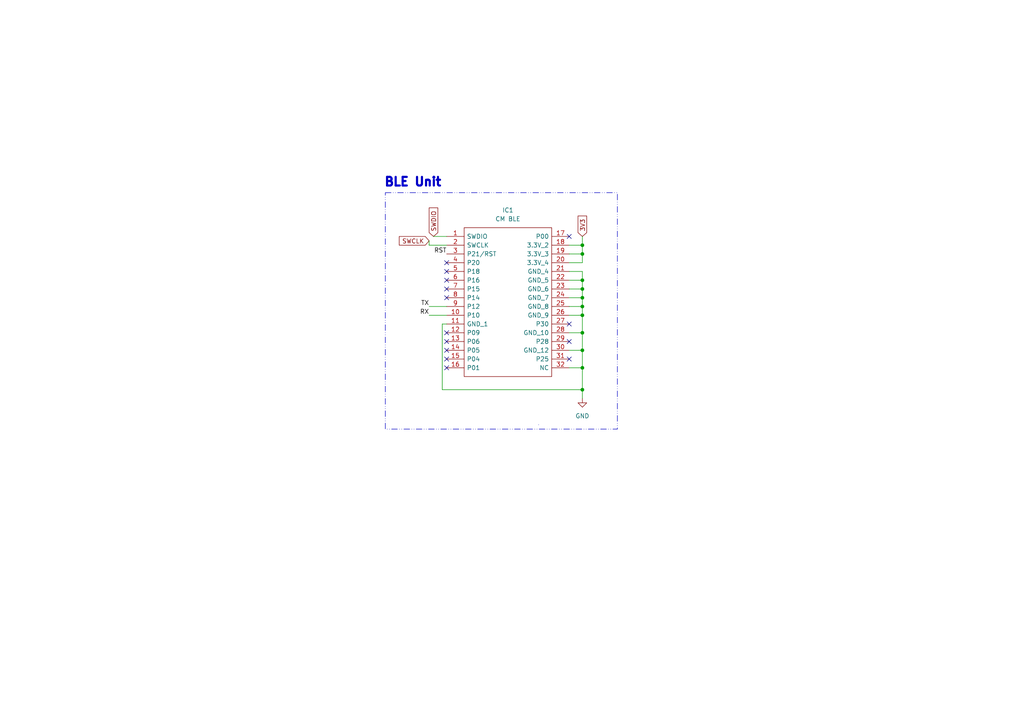
<source format=kicad_sch>
(kicad_sch (version 20230121) (generator eeschema)
  (paper "A4")
  (lib_symbols
    (symbol "Library:COMMON_BLUETOOTH" (pin_names (offset 0.762))
      (property "Reference" "IC" (at 31.75 7.62 0))
      (property "Value" "CM BLE" (at 31.75 5.08 0))
      (symbol "COMMON_BLUETOOTH_0_0"
        (pin passive line (at 0 -25.4 0) (length 5.08) (name "GND_1") (number "11"))
        (pin passive line (at 0 -35.56 0) (length 5.08) (name "P04") (number "15"))
        (pin passive line (at 0 -2.54 0) (length 5.08) (name "SWCLK") (number "2"))
        (pin passive line (at 35.56 -25.4 180) (length 5.08) (name "P30") (number "27"))
        (pin passive line (at 0 -5.08 0) (length 5.08) (name "P21/RST") (number "3"))
        (pin passive line (at 0 -7.62 0) (length 5.08) (name "P20") (number "4"))
        (pin passive line (at 0 -10.16 0) (length 5.08) (name "P18") (number "5"))
        (pin passive line (at 0 -12.7 0) (length 5.08) (name "P16") (number "6"))
        (pin passive line (at 0 -15.24 0) (length 5.08) (name "P15") (number "7"))
      )
      (symbol "COMMON_BLUETOOTH_0_1"
        (polyline (pts (xy 5.08 2.54) (xy 30.48 2.54) (xy 30.48 -40.64) (xy 5.08 -40.64) (xy 5.08 2.54)) (stroke (width 0.1524)))
      )
      (symbol "COMMON_BLUETOOTH_1_0"
        (pin passive line (at 0 0 0) (length 5.08) (name "SWDIO") (number "1"))
        (pin passive line (at 0 -22.86 0) (length 5.08) (name "P10") (number "10"))
        (pin passive line (at 0 -27.94 0) (length 5.08) (name "P09") (number "12"))
        (pin passive line (at 0 -30.48 0) (length 5.08) (name "P06") (number "13"))
        (pin passive line (at 0 -33.02 0) (length 5.08) (name "P05") (number "14"))
        (pin passive line (at 0 -38.1 0) (length 5.08) (name "P01") (number "16"))
        (pin passive line (at 35.56 0 180) (length 5.08) (name "P00") (number "17"))
        (pin passive line (at 35.56 -2.54 180) (length 5.08) (name "3.3V_2") (number "18"))
        (pin passive line (at 35.56 -5.08 180) (length 5.08) (name "3.3V_3") (number "19"))
        (pin passive line (at 35.56 -7.62 180) (length 5.08) (name "3.3V_4") (number "20"))
        (pin passive line (at 35.56 -10.16 180) (length 5.08) (name "GND_4") (number "21"))
        (pin passive line (at 35.56 -12.7 180) (length 5.08) (name "GND_5") (number "22"))
        (pin passive line (at 35.56 -15.24 180) (length 5.08) (name "GND_6") (number "23"))
        (pin passive line (at 35.56 -17.78 180) (length 5.08) (name "GND_7") (number "24"))
        (pin passive line (at 35.56 -20.32 180) (length 5.08) (name "GND_8") (number "25"))
        (pin passive line (at 35.56 -22.86 180) (length 5.08) (name "GND_9") (number "26"))
        (pin passive line (at 35.56 -27.94 180) (length 5.08) (name "GND_10") (number "28"))
        (pin passive line (at 35.56 -30.48 180) (length 5.08) (name "P28") (number "29"))
        (pin passive line (at 35.56 -33.02 180) (length 5.08) (name "GND_12") (number "30"))
        (pin passive line (at 35.56 -35.56 180) (length 5.08) (name "P25") (number "31"))
        (pin passive line (at 35.56 -38.1 180) (length 5.08) (name "NC") (number "32"))
        (pin passive line (at 0 -17.78 0) (length 5.08) (name "P14") (number "8"))
        (pin passive line (at 0 -20.32 0) (length 5.08) (name "P12") (number "9"))
      )
    )
    (symbol "power:GND" (power) (pin_names (offset 0))
      (property "Value" "GND" (at 0 -3.81 0))
      (symbol "GND_0_1"
        (polyline (pts (xy 0 0) (xy 0 -1.27) (xy 1.27 -1.27) (xy 0 -2.54) (xy -1.27 -1.27) (xy 0 -1.27)))
      )
      (symbol "GND_1_1"
        (pin power_in line (at 0 0 270) (length 0) hide (name "GND") (number "1"))
      )
    )
  )
  (junction (at 168.91 71.12))
  (junction (at 168.91 86.36))
  (junction (at 168.91 106.68))
  (junction (at 168.91 101.6))
  (junction (at 168.91 96.52))
  (junction (at 168.91 113.03))
  (junction (at 168.91 73.66))
  (junction (at 168.91 81.28))
  (junction (at 168.91 88.9))
  (junction (at 168.91 83.82))
  (junction (at 168.91 91.44))
  (no_connect (at 129.54 106.68))
  (no_connect (at 165.1 68.58))
  (no_connect (at 129.54 81.28))
  (no_connect (at 129.54 76.2))
  (no_connect (at 129.54 96.52))
  (no_connect (at 129.54 86.36))
  (no_connect (at 165.1 99.06))
  (no_connect (at 165.1 104.14))
  (no_connect (at 129.54 83.82))
  (no_connect (at 129.54 101.6))
  (no_connect (at 165.1 93.98))
  (no_connect (at 129.54 99.06))
  (no_connect (at 129.54 78.74))
  (no_connect (at 129.54 104.14))
  (wire (pts (xy 128.27 113.03) (xy 168.91 113.03)))
  (wire (pts (xy 168.91 71.12) (xy 168.91 73.66)))
  (wire (pts (xy 165.1 76.2) (xy 168.91 76.2)))
  (wire (pts (xy 165.1 73.66) (xy 168.91 73.66)))
  (wire (pts (xy 124.46 88.9) (xy 129.54 88.9)))
  (wire (pts (xy 165.1 71.12) (xy 168.91 71.12)))
  (wire (pts (xy 165.1 96.52) (xy 168.91 96.52)))
  (wire (pts (xy 168.91 73.66) (xy 168.91 76.2)))
  (wire (pts (xy 168.91 68.58) (xy 168.91 71.12)))
  (wire (pts (xy 165.1 78.74) (xy 168.91 78.74)))
  (wire (pts (xy 168.91 86.36) (xy 168.91 88.9)))
  (wire (pts (xy 124.46 69.85) (xy 124.46 71.12)))
  (wire (pts (xy 168.91 91.44) (xy 165.1 91.44)))
  (wire (pts (xy 165.1 88.9) (xy 168.91 88.9)))
  (wire (pts (xy 168.91 78.74) (xy 168.91 81.28)))
  (wire (pts (xy 128.27 93.98) (xy 128.27 113.03)))
  (wire (pts (xy 129.54 91.44) (xy 124.46 91.44)))
  (wire (pts (xy 168.91 106.68) (xy 168.91 113.03)))
  (wire (pts (xy 165.1 86.36) (xy 168.91 86.36)))
  (wire (pts (xy 168.91 83.82) (xy 168.91 86.36)))
  (wire (pts (xy 168.91 91.44) (xy 168.91 96.52)))
  (wire (pts (xy 129.54 93.98) (xy 128.27 93.98)))
  (wire (pts (xy 168.91 81.28) (xy 168.91 83.82)))
  (wire (pts (xy 165.1 81.28) (xy 168.91 81.28)))
  (wire (pts (xy 168.91 113.03) (xy 168.91 115.57)))
  (wire (pts (xy 165.1 83.82) (xy 168.91 83.82)))
  (wire (pts (xy 125.73 68.58) (xy 129.54 68.58)))
  (wire (pts (xy 165.1 101.6) (xy 168.91 101.6)))
  (wire (pts (xy 129.54 71.12) (xy 124.46 71.12)))
  (wire (pts (xy 168.91 101.6) (xy 168.91 106.68)))
  (wire (pts (xy 165.1 106.68) (xy 168.91 106.68)))
  (wire (pts (xy 168.91 88.9) (xy 168.91 91.44)))
  (wire (pts (xy 168.91 96.52) (xy 168.91 101.6)))
  (rectangle (start 111.76 55.88) (end 179.07 124.46) (stroke (width 0) (type dash_dot_dot)))
  (rectangle (start 156.21 123.19) (end 156.21 123.19))
  (text "BLE Unit\n\n" (at 128.27 58.42 0) (effects (font (size 2.5 2.5) (thickness 0.65) bold) (justify right bottom)))
  (label "RX" (at 124.46 91.44 180))
  (label "RST" (at 129.54 73.66 180))
  (label "TX" (at 124.46 88.9 180))
  (global_label "SWCLK" (shape input) (at 124.46 69.85 180) (property "Intersheetrefs" "${INTERSHEET_REFS}" (effects hide)))
  (global_label "SWDIO" (shape input) (at 125.73 68.58 90) (property "Intersheetrefs" "${INTERSHEET_REFS}" (effects hide)))
  (global_label "3V3" (shape input) (at 168.91 68.58 90) (property "Intersheetrefs" "${INTERSHEET_REFS}" (effects hide)))
  (symbol (lib_id "power:GND") (at 168.91 115.57 0) (unit 1)
    (property "Reference" "#PWR020" (effects hide))
    (property "Value" "GND" (at 168.91 120.65 0))
    (instances (project "SOC 2" (path "" (reference "#PWR020") (unit 1))) (project "SOC DISPLAY" (path "" (reference "#PWR03") (unit 1)) (path "" (reference "#PWR0501") (unit 1))))
  )
  (symbol (lib_id "Library:COMMON_BLUETOOTH") (at 129.54 68.58 0) (unit 1)
    (property "Reference" "IC1" (at 147.32 60.96 0))
    (property "Value" "CM BLE" (at 147.32 63.5 0))
    (property "Footprint" "Library:CM BLE" (effects hide))
    (property "Datasheet" "http://www.cwdin.com/assets/files/CBTMN10.pdf" (effects hide))
    (property "Description" "Multiprotocol  BLE, ANT, 2.4GHz Module" (effects hide))
    (property "Height" "2" (effects hide))
    (property "Manufacturer_Name" "CWD Innovations" (effects hide))
    (property "Manufacturer_Part_Number" "CBTMN10" (effects hide))
    (instances (project "SOC DISPLAY" (path "" (reference "IC1") (unit 1)) (path "" (reference "IC501") (unit 1))))
  )
)
</source>
